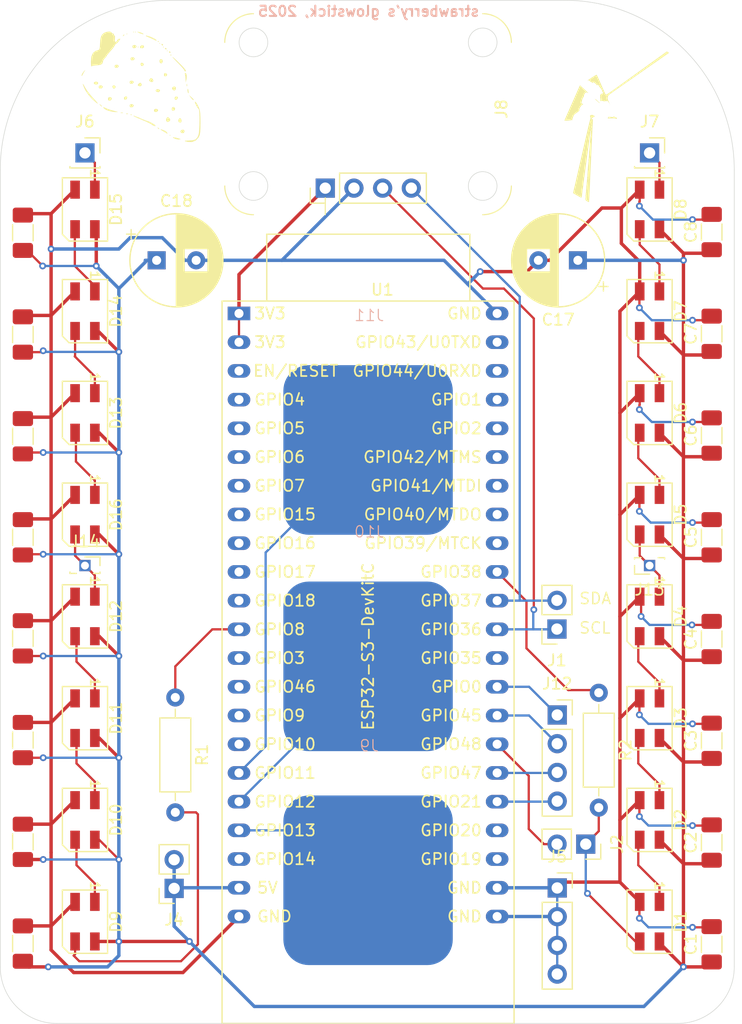
<source format=kicad_pcb>
(kicad_pcb (version 20241129) (generator "pcbnew") (generator_version "8.99")
  (layers (0 "F.Cu" signal) (2 "B.Cu" signal) (13 "F.Paste" user) (15 "B.Paste" user) (5 "F.SilkS" user "F.Silkscreen") (7 "B.SilkS" user "B.Silkscreen") (1 "F.Mask" user) (3 "B.Mask" user) (25 "Edge.Cuts" user))
  (net 0 "")
  (net 1 "+5V")
  (net 2 "GND")
  (net 3 "DIN_R")
  (net 4 "Net-(D1-DOUT)")
  (net 5 "Net-(D2-DOUT)")
  (net 6 "Net-(D3-DOUT)")
  (net 7 "Net-(D4-DOUT)")
  (net 8 "Net-(D5-DOUT)")
  (net 9 "Net-(D6-DOUT)")
  (net 10 "Net-(D7-DOUT)")
  (net 11 "Net-(D8-DOUT)")
  (net 12 "DIN_L")
  (net 13 "Net-(D10-DIN)")
  (net 14 "Net-(D10-DOUT)")
  (net 15 "Net-(D11-DOUT)")
  (net 16 "Net-(D12-DOUT)")
  (net 17 "Net-(D13-DOUT)")
  (net 18 "Net-(D14-DOUT)")
  (net 19 "SDA")
  (net 20 "SCL")
  (net 21 "Net-(J2-Pin_2)")
  (net 22 "+3V3")
  (net 23 "Net-(J9-Pin_1)")
  (net 24 "Net-(J10-Pin_1)")
  (net 25 "Net-(J11-Pin_1)")
  (net 26 "Net-(J12-Pin_2)")
  (net 27 "P21")
  (net 28 "P0")
  (net 29 "Net-(J12-Pin_3)")
  (net 54 "Net-(D13-DIN)")
  (net 55 "Net-(D15-DOUT)")
  (net 56 "Net-(U1-GPIO8{slash}ADC1_CH7)")
  (net 58 "Net-(U1-GPIO38)")
  (footprint "LED_SMD:LED_SK6812MINI_PLCC4_3.5x3.5mm_P1.75mm" (layer "F.Cu") (at 50.202301 52.9834 -90)
    (property "Reference" "D14")
    (property "Value" "SK6812MINI" (hide yes))
  )
  (footprint "LED_SMD:LED_SK6812MINI_PLCC4_3.5x3.5mm_P1.75mm" (layer "F.Cu") (at 50.202301 43.9834 -90)
    (property "Reference" "D15")
    (property "Value" "SK6812MINI" (hide yes))
  )
  (footprint "Connector_PinSocket_2.54mm:PinSocket_1x04_P2.54mm_Vertical" (layer "F.Cu") (at 92.025 104)
    (property "Reference" "J5")
    (property "Value" "Conn_01x04_Socket")
  )
  (footprint "LED_SMD:LED_SK6812MINI_PLCC4_3.5x3.5mm_P1.75mm" (layer "F.Cu") (at 100.202301 79.9834 -90)
    (property "Reference" "D4")
    (property "Value" "SK6812MINI" (hide yes))
  )
  (footprint "Capacitor_SMD:C_1206_3216Metric_Pad1.33x1.80mm_HandSolder" (layer "F.Cu") (at 44.702301 46.0459 90)
    (property "Reference" "C16" (hide yes))
    (property "Value" "0.1microF")
  )
  (footprint "Capacitor_SMD:C_1206_3216Metric_Pad1.33x1.80mm_HandSolder" (layer "F.Cu") (at 105.702301 63.9834 90)
    (property "Reference" "C6")
    (property "Value" "0.1microF")
  )
  (footprint "LED_SMD:LED_SK6812MINI_PLCC4_3.5x3.5mm_P1.75mm" (layer "F.Cu") (at 100.202301 70.9834 -90)
    (property "Reference" "D5")
    (property "Value" "SK6812MINI" (hide yes))
  )
  (footprint "Connector_PinSocket_2.54mm:PinSocket_1x02_P2.54mm_Vertical" (layer "F.Cu") (at 94.55 100.125 -90)
    (property "Reference" "J2")
    (property "Value" "Conn_01x02_Socket")
  )
  (footprint "Connector_PinSocket_2.54mm:PinSocket_1x04_P2.54mm_Vertical" (layer "F.Cu") (at 92.025 88.7)
    (property "Reference" "J12")
    (property "Value" "Conn_01x04_Socket")
  )
  (footprint "Capacitor_SMD:C_1206_3216Metric_Pad1.33x1.80mm_HandSolder" (layer "F.Cu") (at 44.702301 55.0459 90)
    (property "Reference" "C15" (hide yes))
    (property "Value" "0.1microF")
  )
  (footprint "Connector_PinSocket_1.27mm:PinSocket_1x01_P1.27mm_Vertical" (layer "F.Cu") (at 50.202301 75.4834)
    (property "Reference" "J14")
    (property "Value" "MID_L")
  )
  (footprint "Capacitor_SMD:C_1206_3216Metric_Pad1.33x1.80mm_HandSolder" (layer "F.Cu") (at 105.702301 54.9834 90)
    (property "Reference" "C7")
    (property "Value" "0.1microF")
  )
  (footprint "Connector_PinSocket_2.54mm:PinSocket_1x01_P2.54mm_Vertical" (layer "F.Cu") (at 50.202301 38.9834)
    (property "Reference" "J6")
    (property "Value" "Conn_01x01_Socket" (hide yes))
  )
  (footprint "LED_SMD:LED_SK6812MINI_PLCC4_3.5x3.5mm_P1.75mm" (layer "F.Cu") (at 50.202301 106.9834 -90)
    (property "Reference" "D9")
    (property "Value" "SK6812MINI" (hide yes))
  )
  (footprint "Capacitor_SMD:C_1206_3216Metric_Pad1.33x1.80mm_HandSolder" (layer "F.Cu") (at 44.702301 64.0459 90)
    (property "Reference" "C14" (hide yes))
    (property "Value" "0.1microF")
  )
  (footprint "Capacitor_SMD:C_1206_3216Metric_Pad1.33x1.80mm_HandSolder" (layer "F.Cu") (at 105.702301 99.9834 90)
    (property "Reference" "C2")
    (property "Value" "0.1microF")
  )
  (footprint "Capacitor_SMD:C_1206_3216Metric_Pad1.33x1.80mm_HandSolder" (layer "F.Cu") (at 44.702301 99.9209 90)
    (property "Reference" "C10" (hide yes))
    (property "Value" "0.1microF")
  )
  (footprint "Capacitor_SMD:C_1206_3216Metric_Pad1.33x1.80mm_HandSolder" (layer "F.Cu") (at 44.702301 81.9209 90)
    (property "Reference" "C12" (hide yes))
    (property "Value" "0.1microF")
  )
  (footprint "Connector_PinHeader_2.54mm:Adafruit_AHT20" (layer "F.Cu") (at 71.482302 42.1 90)
    (property "Reference" "J8")
    (property "Value" "AHT20")
    (fp_circle (center 12.89 -6.36) (end 14.16 -6.34) (stroke (width 0.05)) (fill no) (layer "Edge.Cuts"))
    (fp_circle (center 0.19 -6.36) (end 0.22 -7.63) (stroke (width 0.05)) (fill no) (layer "Edge.Cuts"))
    (fp_circle (center 12.89 13.94) (end 12.91 15.21) (stroke (width 0.05)) (fill no) (layer "Edge.Cuts"))
    (fp_circle (center 0.19 13.94) (end 0.17 15.21) (stroke (width 0.05)) (fill no) (layer "Edge.Cuts"))
  )
  (footprint "Capacitor_SMD:C_1206_3216Metric_Pad1.33x1.80mm_HandSolder" (layer "F.Cu") (at 105.702301 45.9834 90)
    (property "Reference" "C8")
    (property "Value" "0.1microF")
  )
  (footprint "LED_SMD:LED_SK6812MINI_PLCC4_3.5x3.5mm_P1.75mm" (layer "F.Cu") (at 50.202301 88.9834 -90)
    (property "Reference" "D11")
    (property "Value" "SK6812MINI" (hide yes))
  )
  (footprint "Capacitor_SMD:C_1206_3216Metric_Pad1.33x1.80mm_HandSolder" (layer "F.Cu") (at 105.702301 108.9834 90)
    (property "Reference" "C1")
    (property "Value" "0.1microF")
  )
  (footprint "Capacitor_THT:CP_Radial_D8.0mm_P3.50mm" (layer "F.Cu") (at 56.54965 48.4834)
    (property "Reference" "C18")
    (property "Value" "100microF")
  )
  (footprint "Capacitor_SMD:C_1206_3216Metric_Pad1.33x1.80mm_HandSolder" (layer "F.Cu") (at 44.702301 108.9209 90)
    (property "Reference" "C9" (hide yes))
    (property "Value" "0.1microF")
  )
  (footprint "LED_SMD:LED_SK6812MINI_PLCC4_3.5x3.5mm_P1.75mm" (layer "F.Cu") (at 100.202301 61.9834 -90)
    (property "Reference" "D6")
    (property "Value" "SK6812MINI" (hide yes))
  )
  (footprint "Capacitor_SMD:C_1206_3216Metric_Pad1.33x1.80mm_HandSolder" (layer "F.Cu") (at 105.702301 72.9834 90)
    (property "Reference" "C5")
    (property "Value" "0.1microF")
  )
  (footprint "LED_SMD:LED_SK6812MINI_PLCC4_3.5x3.5mm_P1.75mm" (layer "F.Cu") (at 50.202301 70.9834 -90)
    (property "Reference" "D16")
    (property "Value" "SK6812MINI" (hide yes))
  )
  (footprint "Capacitor_THT:CP_Radial_D8.0mm_P3.50mm" (layer "F.Cu") (at 93.854952 48.4834 180)
    (property "Reference" "C17")
    (property "Value" "100microF")
  )
  (footprint "LED_SMD:LED_SK6812MINI_PLCC4_3.5x3.5mm_P1.75mm" (layer "F.Cu") (at 50.202301 61.9834 -90)
    (property "Reference" "D13")
    (property "Value" "SK6812MINI" (hide yes))
  )
  (footprint "Resistor_THT:R_Axial_DIN0207_L6.3mm_D2.5mm_P10.16mm_Horizontal" (layer "F.Cu") (at 58.202301 87.1534 -90)
    (property "Reference" "R1")
    (property "Value" "300Ohm")
  )
  (footprint "Capacitor_SMD:C_1206_3216Metric_Pad1.33x1.80mm_HandSolder" (layer "F.Cu") (at 105.702301 81.9834 90)
    (property "Reference" "C4")
    (property "Value" "0.1microF")
  )
  (footprint "Capacitor_SMD:C_1206_3216Metric_Pad1.33x1.80mm_HandSolder" (layer "F.Cu") (at 44.702301 72.9834 90)
    (property "Reference" "C13" (hide yes))
    (property "Value" "0.1microF")
  )
  (footprint "LED_SMD:LED_SK6812MINI_PLCC4_3.5x3.5mm_P1.75mm" (layer "F.Cu") (at 100.202301 43.9834 -90)
    (property "Reference" "D8")
    (property "Value" "SK6812MINI" (hide yes))
  )
  (footprint "SSD1306:ESP32-S3-DevKitC" (layer "F.Cu") (at 63.842302 53.18612)
    (property "Reference" "U1")
    (property "Value" "ESP32-S3-DevKitC")
  )
  (footprint "Connector_PinSocket_2.54mm:PinSocket_1x02_P2.54mm_Vertical" (layer "F.Cu") (at 92 81.1 180)
    (property "Reference" "J1")
    (property "Value" "Conn_01x02_Socket")
  )
  (footprint "Resistor_THT:R_Axial_DIN0207_L6.3mm_D2.5mm_P10.16mm_Horizontal" (layer "F.Cu") (at 95.702301 86.7334 -90)
    (property "Reference" "R2")
    (property "Value" "300Ohm")
  )
  (footprint "Capacitor_SMD:C_1206_3216Metric_Pad1.33x1.80mm_HandSolder" (layer "F.Cu") (at 105.702301 90.9834 90)
    (property "Reference" "C3")
    (property "Value" "0.1microF")
  )
  (footprint "Connector_PinSocket_2.54mm:PinSocket_1x01_P2.54mm_Vertical" (layer "F.Cu") (at 100.202301 38.9834)
    (property "Reference" "J7")
    (property "Value" "Conn_01x01_Socket" (hide yes))
  )
  (footprint "LOGO" (layer "F.Cu") (at 96.202301 35.4834 -120)
    (property "Reference" "G***" (hide yes))
    (property "Value" "LOGO" (hide yes))
  )
  (footprint "LOGO" (layer "F.Cu") (at 55.202301 32.9834)
    (property "Reference" "G***" (hide yes))
    (property "Value" "LOGO" (hide yes))
  )
  (footprint "LED_SMD:LED_SK6812MINI_PLCC4_3.5x3.5mm_P1.75mm" (layer "F.Cu") (at 100.202301 106.9834 -90)
    (property "Reference" "D1")
    (property "Value" "SK6812MINI" (hide yes))
  )
  (footprint "LED_SMD:LED_SK6812MINI_PLCC4_3.5x3.5mm_P1.75mm" (layer "F.Cu") (at 100.202301 97.9834 -90)
    (property "Reference" "D2")
    (property "Value" "SK6812MINI" (hide yes))
  )
  (footprint "LED_SMD:LED_SK6812MINI_PLCC4_3.5x3.5mm_P1.75mm" (layer "F.Cu") (at 50.202301 97.9834 -90)
    (property "Reference" "D10")
    (property "Value" "SK6812MINI" (hide yes))
  )
  (footprint "LED_SMD:LED_SK6812MINI_PLCC4_3.5x3.5mm_P1.75mm" (layer "F.Cu") (at 100.202301 88.9834 -90)
    (property "Reference" "D3")
    (property "Value" "SK6812MINI" (hide yes))
  )
  (footprint "LED_SMD:LED_SK6812MINI_PLCC4_3.5x3.5mm_P1.75mm" (layer "F.Cu") (at 50.202301 79.9834 -90)
    (property "Reference" "D12")
    (property "Value" "SK6812MINI" (hide yes))
  )
  (footprint "Connector_PinSocket_2.54mm:PinSocket_1x02_P2.54mm_Vertical" (layer "F.Cu") (at 58.1 104.04 180)
    (property "Reference" "J4")
    (property "Value" "Conn_01x02_Socket")
  )
  (footprint "Capacitor_SMD:C_1206_3216Metric_Pad1.33x1.80mm_HandSolder" (layer "F.Cu") (at 44.702301 90.9209 90)
    (property "Reference" "C11" (hide yes))
    (property "Value" "0.1microF")
  )
  (footprint "LED_SMD:LED_SK6812MINI_PLCC4_3.5x3.5mm_P1.75mm" (layer "F.Cu") (at 100.202301 52.9834 -90)
    (property "Reference" "D7")
    (property "Value" "SK6812MINI" (hide yes))
  )
  (footprint "Connector_PinSocket_1.27mm:PinSocket_1x01_P1.27mm_Vertical" (layer "F.Cu") (at 100.202301 75.4834 180)
    (property "Reference" "J13")
    (property "Value" "MID_R" (hide yes))
  )
  (footprint "self:TOUCH" (layer "B.Cu") (at 75.372302 73 180)
    (property "Reference" "J10")
    (property "Value" "TOUCH12")
  )
  (footprint "self:TOUCH" (layer "B.Cu") (at 75.372302 53.8593 180)
    (property "Reference" "J11")
    (property "Value" "TOUCH11")
  )
  (footprint "self:TOUCH" (layer "B.Cu") (at 75.372302 91.9218 180)
    (property "Reference" "J9")
    (property "Value" "TOUCH13")
  )
  (gr_line (start 42.702301 40.4834) (end 42.702301 110.9834) (stroke (width 0.05)) (layer "Edge.Cuts"))
  (gr_arc (start 107.702301 110.9834) (mid 106.237835 114.518934) (end 102.702301 115.9834) (stroke (width 0.05)) (layer "Edge.Cuts"))
  (gr_line (start 107.702301 40.4834) (end 107.702301 110.9834) (stroke (width 0.05)) (layer "Edge.Cuts"))
  (gr_arc (start 47.702301 115.9834) (mid 44.166767 114.518934) (end 42.702301 110.9834) (stroke (width 0.05)) (layer "Edge.Cuts"))
  (gr_line (start 92.702301 25.4834) (end 57.7023 25.4834) (stroke (width 0.05)) (layer "Edge.Cuts"))
  (gr_arc (start 92.702301 25.4834) (mid 103.308903 29.876798) (end 107.702301 40.4834) (stroke (width 0.05)) (layer "Edge.Cuts"))
  (gr_line (start 102.702301 115.9834) (end 47.702301 115.9834) (stroke (width 0.05)) (layer "Edge.Cuts"))
  (gr_arc (start 42.702301 40.4834) (mid 47.095699 29.876798) (end 57.702301 25.4834) (stroke (width 0.05)) (layer "Edge.Cuts"))
  (gr_text "SCL" (at 93.902301 81.5834 0) (layer "F.SilkS") (effects (font (size 1 1) (thickness 0.125)) (justify left bottom)))
  (gr_text "SDA" (at 93.902301 78.9834 0) (layer "F.SilkS") (effects (font (size 1 1) (thickness 0.125)) (justify left bottom)))
  (gr_text "strawberry's glowstick, 2025" (at 85.202301 26.9834 0) (layer "B.SilkS") (effects (font (size 0.9 0.9) (thickness 0.18) (bold yes)) (justify left bottom mirror)))
  (segment (start 103.202301 47.8584) (end 101.077301 45.7334) (width 0.3) (layer "F.Cu") (net 1))
  (segment (start 101.077301 108.8584) (end 101.077301 108.7334) (width 0.3) (layer "F.Cu") (net 1))
  (segment (start 103.202301 65.8584) (end 103.202301 56.8584) (width 0.3) (layer "F.Cu") (net 1))
  (segment (start 103.202301 92.8584) (end 101.077301 90.7334) (width 0.3) (layer "F.Cu") (net 1))
  (segment (start 51.452301 72.7334) (end 51.077301 72.7334) (width 0.3) (layer "F.Cu") (net 1))
  (segment (start 103.202301 56.8584) (end 105.389801 56.8584) (width 0.3) (layer "F.Cu") (net 1))
  (segment (start 103.202301 56.8584) (end 103.202301 48.4834) (width 0.3) (layer "F.Cu") (net 1))
  (segment (start 45.077301 47.6084) (end 44.702301 47.6084) (width 0.2) (layer "F.Cu") (net 1))
  (segment (start 103.202301 74.8584) (end 105.389801 74.8584) (width 0.3) (layer "F.Cu") (net 1))
  (segment (start 46.502301 101.4834) (end 44.702301 101.4834) (width 0.3) (layer "F.Cu") (net 1))
  (segment (start 103.202301 65.8584) (end 105.389801 65.8584) (width 0.3) (layer "F.Cu") (net 1))
  (segment (start 103.202301 101.8584) (end 101.077301 99.7334) (width 0.3) (layer "F.Cu") (net 1))
  (segment (start 51.352301 54.7334) (end 51.077301 54.7334) (width 0.3) (layer "F.Cu") (net 1))
  (segment (start 46.377301 56.6084) (end 44.702301 56.6084) (width 0.2) (layer "F.Cu") (net 1))
  (segment (start 51.452301 63.7334) (end 51.077301 63.7334) (width 0.3) (layer "F.Cu") (net 1))
  (segment (start 59.452301 108.7334) (end 53.202301 108.7334) (width 0.3) (layer "F.Cu") (net 1))
  (segment (start 105.389801 47.8584) (end 105.702301 47.5459) (width 0.3) (layer "F.Cu") (net 1))
  (segment (start 103.202301 92.8584) (end 105.389801 92.8584) (width 0.3) (layer "F.Cu") (net 1))
  (segment (start 46.502301 65.4834) (end 44.827301 65.4834) (width 0.2) (layer "F.Cu") (net 1))
  (segment (start 103.202301 74.8584) (end 101.077301 72.7334) (width 0.3) (layer "F.Cu") (net 1))
  (segment (start 45.202301 110.9834) (end 44.702301 110.4834) (width 0.3) (layer "F.Cu") (net 1))
  (segment (start 103.202301 48.4834) (end 103.202301 47.8584) (width 0.3) (layer "F.Cu") (net 1))
  (segment (start 51.202301 48.9834) (end 51.202301 45.8584) (width 0.3) (layer "F.Cu") (net 1))
  (segment (start 53.202301 101.4834) (end 51.452301 99.7334) (width 0.2) (layer "F.Cu") (net 1))
  (segment (start 46.452301 48.9834) (end 45.077301 47.6084) (width 0.2) (layer "F.Cu") (net 1))
  (segment (start 46.502301 92.4834) (end 44.702301 92.4834) (width 0.2) (layer "F.Cu") (net 1))
  (segment (start 53.202301 65.4834) (end 51.452301 63.7334) (width 0.3) (layer "F.Cu") (net 1))
  (segment (start 46.502301 56.4834) (end 46.377301 56.6084) (width 0.2) (layer "F.Cu") (net 1))
  (segment (start 103.202301 83.8584) (end 103.202301 74.8584) (width 0.3) (layer "F.Cu") (net 1))
  (segment (start 105.389801 92.8584) (end 105.702301 92.5459) (width 0.3) (layer "F.Cu") (net 1))
  (segment (start 103.202301 74.8584) (end 103.202301 65.8584) (width 0.3) (layer "F.Cu") (net 1))
  (segment (start 51.452301 99.7334) (end 51.077301 99.7334) (width 0.2) (layer "F.Cu") (net 1))
  (segment (start 105.264801 110.9834) (end 105.702301 110.5459) (width 0.3) (layer "F.Cu") (net 1))
  (segment (start 46.952301 110.9834) (end 45.202301 110.9834) (width 0.3) (layer "F.Cu") (net 1))
  (segment (start 105.389801 83.8584) (end 105.702301 83.5459) (width 0.3) (layer "F.Cu") (net 1))
  (segment (start 53.202301 56.5834) (end 51.352301 54.7334) (width 0.3) (layer "F.Cu") (net 1))
  (segment (start 53.202301 83.4834) (end 51.452301 81.7334) (width 0.3) (layer "F.Cu") (net 1))
  (segment (start 53.202301 108.7334) (end 51.077301 108.7334) (width 0.3) (layer "F.Cu") (net 1))
  (segment (start 53.202301 74.4834) (end 51.452301 72.7334) (width 0.3) (layer "F.Cu") (net 1))
  (segment (start 103.202301 83.8584) (end 101.077301 81.7334) (width 0.3) (layer "F.Cu") (net 1))
  (segment (start 103.202301 92.8584) (end 103.202301 83.8584) (width 0.3) (layer "F.Cu") (net 1))
  (segment (start 53.202301 92.4834) (end 51.452301 90.7334) (width 0.3) (layer "F.Cu") (net 1))
  (segment (start 103.202301 56.8584) (end 101.077301 54.7334) (width 0.3) (layer "F.Cu") (net 1))
  (segment (start 105.389801 74.8584) (end 105.702301 74.5459) (width 0.3) (layer "F.Cu") (net 1))
  (segment (start 103.202301 47.8584) (end 105.389801 47.8584) (width 0.3) (layer "F.Cu") (net 1))
  (segment (start 103.202301 110.9834) (end 105.264801 110.9834) (width 0.3) (layer "F.Cu") (net 1))
  (segment (start 51.452301 90.7334) (end 51.077301 90.7334) (width 0.2) (layer "F.Cu") (net 1))
  (segment (start 105.389801 65.8584) (end 105.702301 65.5459) (width 0.3) (layer "F.Cu") (net 1))
  (segment (start 46.502301 74.4834) (end 44.764801 74.4834) (width 0.2) (layer "F.Cu") (net 1))
  (segment (start 103.202301 110.9834) (end 103.202301 101.8584) (width 0.3) (layer "F.Cu") (net 1))
  (segment (start 103.202301 101.8584) (end 105.389801 101.8584) (width 0.3) (layer "F.Cu") (net 1))
  (segment (start 103.202301 101.8584) (end 103.202301 92.8584) (width 0.3) (layer "F.Cu") (net 1))
  (segment (start 46.502301 83.4834) (end 44.702301 83.4834) (width 0.2) (layer "F.Cu") (net 1))
  (segment (start 103.202301 110.9834) (end 101.077301 108.8584) (width 0.3) (layer "F.Cu") (net 1))
  (segment (start 105.389801 101.8584) (end 105.702301 101.5459) (width 0.3) (layer "F.Cu") (net 1))
  (segment (start 103.202301 65.8584) (end 101.077301 63.7334) (width 0.3) (layer "F.Cu") (net 1))
  (segment (start 51.452301 81.7334) (end 51.077301 81.7334) (width 0.3) (layer "F.Cu") (net 1))
  (segment (start 51.202301 45.8584) (end 51.077301 45.7334) (width 0.3) (layer "F.Cu") (net 1))
  (segment (start 44.827301 65.4834) (end 44.702301 65.6084) (width 0.2) (layer "F.Cu") (net 1))
  (segment (start 105.389801 56.8584) (end 105.702301 56.5459) (width 0.3) (layer "F.Cu") (net 1))
  (segment (start 44.764801 74.4834) (end 44.702301 74.5459) (width 0.2) (layer "F.Cu") (net 1))
  (segment (start 103.202301 83.8584) (end 105.389801 83.8584) (width 0.3) (layer "F.Cu") (net 1))
  (via (at 53.202301 92.4834) (size 0.6) (drill 0.3) (layers "F.Cu" "B.Cu") (net 1))
  (via (at 53.202301 108.7334) (size 0.6) (drill 0.3) (layers "F.Cu" "B.Cu") (net 1))
  (via (at 103.202301 48.4834) (size 0.6) (drill 0.3) (layers "F.Cu" "B.Cu") (net 1))
  (via (at 51.202301 48.9834) (size 0.6) (drill 0.3) (layers "F.Cu" "B.Cu") (net 1))
  (via (at 46.502301 74.4834) (size 0.6) (drill 0.3) (layers "F.Cu" "B.Cu") (net 1))
  (via (at 46.502301 101.4834) (size 0.6) (drill 0.3) (layers "F.Cu" "B.Cu") (net 1))
  (via (at 103.202301 110.9834) (size 0.6) (drill 0.3) (layers "F.Cu" "B.Cu") (net 1))
  (via (at 46.952301 110.9834) (size 0.6) (drill 0.3) (layers "F.Cu" "B.Cu") (net 1))
  (via (at 46.502301 92.4834) (size 0.6) (drill 0.3) (layers "F.Cu" "B.Cu") (net 1))
  (via (at 53.202301 56.5834) (size 0.6) (drill 0.3) (layers "F.Cu" "B.Cu") (net 1))
  (via (at 53.202301 74.4834) (size 0.6) (drill 0.3) (layers "F.Cu" "B.Cu") (net 1))
  (via (at 46.502301 65.4834) (size 0.6) (drill 0.3) (layers "F.Cu" "B.Cu") (net 1))
  (via (at 53.202301 101.4834) (size 0.6) (drill 0.3) (layers "F.Cu" "B.Cu") (net 1))
  (via (at 59.452301 108.7334) (size 0.6) (drill 0.3) (layers "F.Cu" "B.Cu") (net 1))
  (via (at 46.502301 83.4834) (size 0.6) (drill 0.3) (layers "F.Cu" "B.Cu") (net 1))
  (via (at 53.202301 65.4834) (size 0.6) (drill 0.3) (layers "F.Cu" "B.Cu") (net 1))
  (via (at 53.202301 83.4834) (size 0.6) (drill 0.3) (layers "F.Cu" "B.Cu") (net 1))
  (via (at 46.502301 56.4834) (size 0.6) (drill 0.3) (layers "F.Cu" "B.Cu") (net 1))
  (via (at 46.452301 48.9834) (size 0.6) (drill 0.3) (layers "F.Cu" "B.Cu") (net 1))
  (segment (start 53.202301 50.9834) (end 51.202301 48.9834) (width 0.3) (layer "B.Cu") (net 1))
  (segment (start 52.202301 110.9834) (end 46.952301 110.9834) (width 0.3) (layer "B.Cu") (net 1))
  (segment (start 53.202301 83.4834) (end 46.502301 83.4834) (width 0.2) (layer "B.Cu") (net 1))
  (segment (start 58.1 107.381099) (end 59.452301 108.7334) (width 0.3) (layer "B.Cu") (net 1))
  (segment (start 55.54965 48.4834) (end 56.54965 48.4834) (width 0.3) (layer "B.Cu") (net 1))
  (segment (start 55.54965 48.636051) (end 55.54965 48.4834) (width 0.3) (layer "B.Cu") (net 1))
  (segment (start 58.1 104.04) (end 58.1 107.381099) (width 0.3) (layer "B.Cu") (net 1))
  (segment (start 99.702301 114.4834) (end 103.202301 110.9834) (width 0.3) (layer "B.Cu") (net 1))
  (segment (start 53.202301 101.4834) (end 53.202301 92.4834) (width 0.3) (layer "B.Cu") (net 1))
  (segment (start 53.202301 65.4834) (end 53.202301 56.5834) (width 0.3) (layer "B.Cu") (net 1))
  (segment (start 53.202301 92.4834) (end 53.202301 83.4834) (width 0.3) (layer "B.Cu") (net 1))
  (segment (start 58.1 101.5) (end 58.1 104.04) (width 0.3) (layer "B.Cu") (net 1))
  (segment (start 53.202301 56.5834) (end 46.602301 56.5834) (width 0.2) (layer "B.Cu") (net 1))
  (segment (start 46.602301 56.5834) (end 46.502301 56.4834) (width 0.2) (layer "B.Cu") (net 1))
  (segment (start 53.202301 65.4834) (end 46.502301 65.4834) (width 0.2) (layer "B.Cu") (net 1))
  (segment (start 58.1566 103.9834) (end 58.1 104.04) (width 0.3) (layer "B.Cu") (net 1))
  (segment (start 53.202301 83.4834) (end 53.202301 74.4834) (width 0.3) (layer "B.Cu") (net 1))
  (segment (start 59.452301 108.7334) (end 65.202301 114.4834) (width 0.3) (layer "B.Cu") (net 1))
  (segment (start 51.202301 48.9834) (end 46.452301 48.9834) (width 0.2) (layer "B.Cu") (net 1))
  (segment (start 53.202301 108.7334) (end 53.202301 101.4834) (width 0.3) (layer "B.Cu") (net 1))
  (segment (start 53.202301 101.4834) (end 46.502301 101.4834) (width 0.2) (layer "B.Cu") (net 1))
  (segment (start 103.202301 48.4834) (end 93.854952 48.4834) (width 0.3) (layer "B.Cu") (net 1))
  (segment (start 53.202301 74.4834) (end 46.502301 74.4834) (width 0.2) (layer "B.Cu") (net 1))
  (segment (start 53.202301 109.9834) (end 52.202301 110.9834) (width 0.3) (layer "B.Cu") (net 1))
  (segment (start 53.202301 74.4834) (end 53.202301 65.4834) (width 0.3) (layer "B.Cu") (net 1))
  (segment (start 63.838622 103.9834) (end 58.1566 103.9834) (width 0.3) (layer "B.Cu") (net 1))
  (segment (start 53.202301 108.7334) (end 53.202301 109.9834) (width 0.3) (layer "B.Cu") (net 1))
  (segment (start 53.202301 56.5834) (end 53.202301 50.9834) (width 0.3) (layer "B.Cu") (net 1))
  (segment (start 53.202301 92.4834) (end 46.502301 92.4834) (width 0.2) (layer "B.Cu") (net 1))
  (segment (start 65.202301 114.4834) (end 99.702301 114.4834) (width 0.3) (layer "B.Cu") (net 1))
  (segment (start 53.202301 50.9834) (end 55.54965 48.636051) (width 0.3) (layer "B.Cu") (net 1))
  (segment (start 47.202301 53.3584) (end 47.202301 47.4834) (width 0.3) (layer "F.Cu") (net 2))
  (segment (start 105.439801 71.6834) (end 104.002301 71.6834) (width 0.2) (layer "F.Cu") (net 2))
  (segment (start 99.327301 61.2584) (end 99.327301 60.2334) (width 0.2) (layer "F.Cu") (net 2))
  (segment (start 99.302301 106.6834) (end 99.302301 105.2584) (width 0.2) (layer "F.Cu") (net 2))
  (segment (start 47.202301 80.3584) (end 44.702301 80.3584) (width 0.3) (layer "F.Cu") (net 2))
  (segment (start 47.202301 62.3584) (end 49.327301 60.2334) (width 0.3) (layer "F.Cu") (net 2))
  (segment (start 105.339801 62.7834) (end 104.002301 62.7834) (width 0.2) (layer "F.Cu") (net 2))
  (segment (start 58.878622 111.4834) (end 49.202301 111.4834) (width 0.3) (layer "F.Cu") (net 2))
  (segment (start 105.702301 98.4209) (end 105.639801 98.4834) (width 0.2) (layer "F.Cu") (net 2))
  (segment (start 105.639801 98.4834) (end 104.002301 98.4834) (width 0.2) (layer "F.Cu") (net 2))
  (segment (start 105.702301 53.4209) (end 105.339801 53.7834) (width 0.2) (layer "F.Cu") (net 2))
  (segment (start 97.577301 97.9834) (end 99.327301 96.2334) (width 0.3) (layer "F.Cu") (net 2))
  (segment (start 47.202301 71.3584) (end 47.202301 62.3584) (width 0.3) (layer "F.Cu") (net 2))
  (segment (start 105.389801 80.7334) (end 103.952301 80.7334) (width 0.2) (layer "F.Cu") (net 2))
  (segment (start 97.577301 70.9834) (end 97.577301 61.9834) (width 0.3) (layer "F.Cu") (net 2))
  (segment (start 99.327301 48.6084) (end 97.702301 46.9834) (width 0.3) (layer "F.Cu") (net 2))
  (segment (start 99.302301 51.2584) (end 99.327301 51.2334) (width 0.2) (layer "F.Cu") (net 2))
  (segment (start 47.202301 107.3584) (end 44.702301 107.3584) (width 0.3) (layer "F.Cu") (net 2))
  (segment (start 92.025 104) (end 92.5416 103.4834) (width 0.2) (layer "F.Cu") (net 2))
  (segment (start 47.202301 107.3584) (end 49.327301 105.2334) (width 0.3) (layer "F.Cu") (net 2))
  (segment (start 47.202301 89.3584) (end 49.327301 87.2334) (width 0.3) (layer "F.Cu") (net 2))
  (segment (start 105.702301 107.4209) (end 105.639801 107.4834) (width 0.2) (layer "F.Cu") (net 2))
  (segment (start 85.202301 49.4834) (end 89.354952 49.4834) (width 0.3) (layer "F.Cu") (net 2))
  (segment (start 91.354952 48.4834) (end 90.354952 48.4834) (width 0.3) (layer "F.Cu") (net 2))
  (segment (start 99.302301 69.2584) (end 99.327301 69.2334) (width 0.2) (layer "F.Cu") (net 2))
  (segment (start 97.577301 52.9834) (end 99.327301 51.2334) (width 0.3) (layer "F.Cu") (net 2))
  (segment (start 47.202301 62.3584) (end 47.202301 53.3584) (width 0.3) (layer "F.Cu") (net 2))
  (segment (start 97.577301 70.9834) (end 99.327301 69.2334) (width 0.3) (layer "F.Cu") (net 2))
  (segment (start 105.702301 80.4209) (end 105.389801 80.7334) (width 0.2) (layer "F.Cu") (net 2))
  (segment (start 99.302301 43.6834) (end 99.302301 43.2834) (width 0.2) (layer "F.Cu") (net 2))
  (segment (start 105.339801 53.7834) (end 104.002301 53.7834) (width 0.2) (layer "F.Cu") (net 2))
  (segment (start 97.702301 46.9834) (end 97.702301 43.8584) (width 0.3) (layer "F.Cu") (net 2))
  (segment (start 105.239801 44.8834) (end 104.002301 44.8834) (width 0.2) (layer "F.Cu") (net 2))
  (segment (start 47.202301 100.8584) (end 47.202301 98.3584) (width 0.3) (layer "F.Cu") (net 2))
  (segment (start 105.702301 44.4209) (end 105.239801 44.8834) (width 0.2) (layer "F.Cu") (net 2))
  (segment (start 47.202301 80.3584) (end 49.327301 78.2334) (width 0.3) (layer "F.Cu") (net 2))
  (segment (start 47.202301 98.3584) (end 47.202301 89.3584) (width 0.3) (layer "F.Cu") (net 2))
  (segment (start 47.202301 53.3584) (end 49.327301 51.2334) (width 0.3) (layer "F.Cu") (net 2))
  (segment (start 99.302301 97.6834) (end 99.302301 96.2584) (width 0.2) (layer "F.Cu") (net 2))
  (segment (start 47.202301 80.3584) (end 47.202301 71.3584) (width 0.3) (layer "F.Cu") (net 2))
  (segment (start 99.327301 51.2334) (end 99.327301 48.6084) (width 0.3) (layer "F.Cu") (net 2))
  (segment (start 89.354952 49.4834) (end 90.354952 48.4834) (width 0.3) (layer "F.Cu") (net 2))
  (segment (start 105.702301 71.4209) (end 105.439801 71.6834) (width 0.2) (layer "F.Cu") (net 2))
  (segment (start 47.202301 109.4834) (end 47.202301 107.3584) (width 0.3) (layer "F.Cu") (net 2))
  (segment (start 99.302301 105.2584) (end 99.327301 105.2334) (width 0.2) (layer "F.Cu") (net 2))
  (segment (start 44.827301 53.3584) (end 44.702301 53.4834) (width 0.3) (layer "F.Cu") (net 2))
  (segment (start 99.302301 52.6834) (end 99.302301 51.2584) (width 0.2) (layer "F.Cu") (net 2))
  (segment (start 47.202301 47.4834) (end 47.202301 44.3584) (width 0.3) (layer "F.Cu") (net 2))
  (segment (start 99.302301 61.6834) (end 99.302301 61.2834) (width 0.2) (layer "F.Cu") (net 2))
  (segment (start 99.302301 61.2834) (end 99.327301 61.2584) (width 0.2) (layer "F.Cu") (net 2))
  (segment (start 47.202301 71.3584) (end 49.327301 69.2334) (width 0.3) (layer "F.Cu") (net 2))
  (segment (start 99.302301 88.6834) (end 99.302301 87.2584) (width 0.2) (layer "F.Cu") (net 2))
  (segment (start 47.202301 44.3584) (end 44.827301 44.3584) (width 0.3) (layer "F.Cu") (net 2))
  (segment (start 105.702301 89.4209) (end 105.639801 89.4834) (width 0.2) (layer "F.Cu") (net 2))
  (segment (start 47.202301 98.3584) (end 49.327301 96.2334) (width 0.3) (layer "F.Cu") (net 2))
  (segment (start 49.202301 111.4834) (end 47.202301 109.4834) (width 0.3) (layer "F.Cu") (net 2))
  (segment (start 47.202301 44.3584) (end 49.327301 42.2334) (width 0.3) (layer "F.Cu") (net 2))
  (segment (start 92.01112 103.98612) (end 92.025 104) (width 0.2) (layer "F.Cu") (net 2))
  (segment (start 47.202301 107.3584) (end 47.202301 100.8584) (width 0.3) (layer "F.Cu") (net 2))
  (segment (start 47.202301 89.3584) (end 44.702301 89.3584) (width 0.3) (layer "F.Cu") (net 2))
  (segment (start 97.577301 97.9834) (end 97.577301 88.9834) (width 0.3) (layer "F.Cu") (net 2))
  (segment (start 99.452301 79.9834) (end 99.452301 78.3584) (width 0.2) (layer "F.Cu") (net 2))
  (segment (start 97.577301 79.9834) (end 97.577301 70.9834) (width 0.3) (layer "F.Cu") (net 2))
  (segment (start 97.577301 61.9834) (end 99.327301 60.2334) (width 0.3) (layer "F.Cu") (net 2))
  (segment (start 47.202301 98.3584) (end 44.702301 98.3584) (width 0.3) (layer "F.Cu") (net 2))
  (segment (start 44.827301 62.3584) (end 44.702301 62.4834) (width 0.3) (layer "F.Cu") (net 2))
  (segment (start 99.302301 87.2584) (end 99.327301 87.2334) (width 0.2) (layer "F.Cu") (net 2))
  (segment (start 97.577301 88.9834) (end 99.327301 87.2334) (width 0.3) (layer "F.Cu") (net 2))
  (segment (start 63.838622 106.5234) (end 58.878622 111.4834) (width 0.3) (layer "F.Cu") (net 2))
  (segment (start 47.202301 53.3584) (end 44.827301 53.3584) (width 0.3) (layer "F.Cu") (net 2))
  (segment (start 99.452301 78.3584) (end 99.327301 78.2334) (width 0.2) (layer "F.Cu") (net 2))
  (segment (start 47.202301 89.3584) (end 47.202301 80.3584) (width 0.3) (layer "F.Cu") (net 2))
  (segment (start 99.327301 43.2584) (end 99.327301 42.2334) (width 0.2) (layer "F.Cu") (net 2))
  (segment (start 44.764801 71.3584) (end 44.702301 71.4209) (width 0.3) (layer "F.Cu") (net 2))
  (segment (start 47.202301 71.3584) (end 44.764801 71.3584) (width 0.3) (layer "F.Cu") (net 2))
  (segment (start 105.639801 89.4834) (end 104.002301 89.4834) (width 0.2) (layer "F.Cu") (net 2))
  (segment (start 97.577301 103.4834) (end 97.577301 97.9834) (width 0.3) (layer "F.Cu") (net 2))
  (segment (start 44.827301 44.3584) (end 44.702301 44.4834) (width 0.3) (layer "F.Cu") (net 2))
  (segment (start 99.302301 43.2834) (end 99.327301 43.2584) (width 0.2) (layer "F.Cu") (net 2))
  (segment (start 92.5416 103.4834) (end 97.577301 103.4834) (width 0.3) (layer "F.Cu") (net 2))
  (segment (start 99.302301 70.6834) (end 99.302301 69.2584) (width 0.2) (layer "F.Cu") (net 2))
  (segment (start 97.577301 61.9834) (end 97.577301 52.9834) (width 0.3) (layer "F.Cu") (net 2))
  (segment (start 95.979952 43.8584) (end 91.354952 48.4834) (width 0.3) (layer "F.Cu") (net 2))
  (segment (start 99.302301 96.2584) (end 99.327301 96.2334) (width 0.2) (layer "F.Cu") (net 2))
  (segment (start 97.577301 79.9834) (end 99.327301 78.2334) (width 0.3) (layer "F.Cu") (net 2))
  (segment (start 97.702301 43.8584) (end 99.327301 42.2334) (width 0.3) (layer "F.Cu") (net 2))
  (segment (start 105.702301 62.4209) (end 105.339801 62.7834) (width 0.2) (layer "F.Cu") (net 2))
  (segment (start 97.577301 103.4834) (end 99.327301 105.2334) (width 0.3) (layer "F.Cu") (net 2))
  (segment (start 47.202301 62.3584) (end 44.827301 62.3584) (width 0.3) (layer "F.Cu") (net 2))
  (segment (start 92.01112 106.52612) (end 92.025 106.54) (width 0.2) (layer "F.Cu") (net 2))
  (segment (start 97.577301 88.9834) (end 97.577301 79.9834) (width 0.3) (layer "F.Cu") (net 2))
  (segment (start 105.639801 107.4834) (end 104.002301 107.4834) (width 0.2) (layer "F.Cu") (net 2))
  (segment (start 97.702301 43.8584) (end 95.979952 43.8584) (width 0.3) (layer "F.Cu") (net 2))
  (via (at 99.302301 106.6834) (size 0.6) (drill 0.3) (layers "F.Cu" "B.Cu") (net 2))
  (via (at 104.002301 89.4834) (size 0.6) (drill 0.3) (layers "F.Cu" "B.Cu") (net 2))
  (via (at 99.302301 97.6834) (size 0.6) (drill 0.3) (layers "F.Cu" "B.Cu") (net 2))
  (via (at 104.002301 53.7834) (size 0.6) (drill 0.3) (layers "F.Cu" "B.Cu") (net 2))
  (via (at 104.002301 71.6834) (size 0.6) (drill 0.3) (layers "F.Cu" "B.Cu") (net 2))
  (via (at 99.302301 61.6834) (size 0.6) (drill 0.3) (layers "F.Cu" "B.Cu") (net 2))
  (via (at 99.452301 79.9834) (size 0.6) (drill 0.3) (layers "F.Cu" "B.Cu") (net 2))
  (via (at 104.002301 98.4834) (size 0.6) (drill 0.3) (layers "F.Cu" "B.Cu") (net 2))
  (via (at 104.002301 62.7834) (size 0.6) (drill 0.3) (layers "F.Cu" "B.Cu") (net 2))
  (via (at 104.002301 44.8834) (size 0.6) (drill 0.3) (layers "F.Cu" "B.Cu") (net 2))
  (via (at 104.002301 107.4834) (size 0.6) (drill 0.3) (layers "F.Cu" "B.Cu") (net 2))
  (via (at 99.302301 70.6834) (size 0.6) (drill 0.3) (layers "F.Cu" "B.Cu") (net 2))
  (via (at 85.202301 49.4834) (size 0.6) (drill 0.3) (layers "F.Cu" "B.Cu") (net 2))
  (via (at 47.202301 47.4834) (size 0.6) (drill 0.3) (layers "F.Cu" "B.Cu") (net 2))
  (via (at 103.952301 80.7334) (size 0.6) (drill 0.3) (layers "F.Cu" "B.Cu") (net 2))
  (via (at 99.302301 52.6834) (size 0.6) (drill 0.3) (layers "F.Cu" "B.Cu") (net 2))
  (via (at 99.302301 88.6834) (size 0.6) (drill 0.3) (layers "F.Cu" "B.Cu") (net 2))
  (via (at 99.302301 43.6834) (size 0.6) (drill 0.3) (layers "F.Cu" "B.Cu") (net 2))
  (segment (start 104.002301 62.7834) (end 100.402301 62.7834) (width 0.2) (layer "B.Cu") (net 2))
  (segment (start 86.702302 103.98612) (end 92.01112 103.98612) (width 0.3) (layer "B.Cu") (net 2))
  (segment (start 59.04965 48.4834) (end 60.04965 48.4834) (width 0.3) (layer "B.Cu") (net 2))
  (segment (start 100.102301 107.4834) (end 99.302301 106.6834) (width 0.2) (layer "B.Cu") (net 2))
  (segment (start 60.04965 48.4834) (end 67.638902 48.4834) (width 0.3) (layer "B.Cu") (net 2))
  (segment (start 104.002301 98.4834) (end 100.102301 98.4834) (width 0.2) (layer "B.Cu") (net 2))
  (segment (start 100.302301 71.6834) (end 99.302301 70.6834) (width 0.2) (layer "B.Cu") (net 2))
  (segment (start 84.100941 50.58476) (end 86.702302 53.18612) (width 0.3) (layer "B.Cu") (net 2))
  (segment (start 92.025 104) (end 92.025 111.62) (width 0.2) (layer "B.Cu") (net 2))
  (segment (start 84.100941 50.58476) (end 85.202301 49.4834) (width 0.3) (layer "B.Cu") (net 2))
  (segment (start 104.002301 53.7834) (end 100.402301 53.7834) (width 0.2) (layer "B.Cu") (net 2))
  (segment (start 92.01112 106.52612) (end 92.025 106.54) (width 0.3) (layer "B.Cu") (net 2))
  (segment (start 92.01112 103.98612) (end 92.025 104) (width 0.3) (layer "B.Cu") (net 2))
  (segment (start 100.202301 80.7334) (end 99.452301 79.9834) (width 0.2) (layer "B.Cu") (net 2))
  (segment (start 54.202301 46.4834) (end 57.04965 46.4834) (width 0.3) (layer "B.Cu") (net 2))
  (segment (start 100.102301 98.4834) (end 99.302301 97.6834) (width 0.2) (layer "B.Cu") (net 2))
  (segment (start 81.999582 48.4834) (end 84.100941 50.58476) (width 0.3) (layer "B.Cu") (net 2))
  (segment (start 100.402301 53.7834) (end 99.302301 52.6834) (width 0.2) (layer "B.Cu") (net 2))
  (segment (start 100.402301 62.7834) (end 99.302301 61.6834) (width 0.2) (layer "B.Cu") (net 2))
  (segment (start 57.04965 46.4834) (end 59.04965 48.4834) (width 0.3) (layer "B.Cu") (net 2))
  (segment (start 104.002301 44.8834) (end 100.502301 44.8834) (width 0.2) (layer "B.Cu") (net 2))
  (segment (start 104.002301 107.4834) (end 100.102301 107.4834) (width 0.2) (layer "B.Cu") (net 2))
  (segment (start 103.952301 80.7334) (end 100.202301 80.7334) (width 0.2) (layer "B.Cu") (net 2))
  (segment (start 53.202301 47.4834) (end 54.202301 46.4834) (width 0.3) (layer "B.Cu") (net 2))
  (segment (start 86.702302 106.52612) (end 92.01112 106.52612) (width 0.3) (layer "B.Cu") (net 2))
  (segment (start 104.002301 71.6834) (end 100.302301 71.6834) (width 0.2) (layer "B.Cu") (net 2))
  (segment (start 67.638902 48.4834) (end 74.022302 42.1) (width 0.3) (layer "B.Cu") (net 2))
  (segment (start 67.638902 48.4834) (end 81.999582 48.4834) (width 0.3) (layer "B.Cu") (net 2))
  (segment (start 47.202301 47.4834) (end 53.202301 47.4834) (width 0.3) (layer "B.Cu") (net 2))
  (segment (start 100.502301 44.8834) (end 99.302301 43.6834) (width 0.2) (layer "B.Cu") (net 2))
  (segment (start 104.002301 89.4834) (end 100.102301 89.4834) (width 0.2) (layer "B.Cu") (net 2))
  (segment (start 100.102301 89.4834) (end 99.302301 88.6834) (width 0.2) (layer "B.Cu") (net 2))
  (segment (start 95.702301 98.972699) (end 94.55 100.125) (width 0.2) (layer "F.Cu") (net 3))
  (segment (start 95.702301 96.8934) (end 95.702301 98.972699) (width 0.2) (layer "F.Cu") (net 3))
  (segment (start 94.702301 104.4834) (end 98.952301 108.7334) (width 0.2) (layer "F.Cu") (net 3))
  (segment (start 98.952301 108.7334) (end 99.327301 108.7334) (width 0.2) (layer "F.Cu") (net 3))
  (via (at 94.702301 104.4834) (size 0.6) (drill 0.3) (layers "F.Cu" "B.Cu") (net 3))
  (segment (start 94.55 104.331099) (end 94.702301 104.4834) (width 0.2) (layer "B.Cu") (net 3))
  (segment (start 94.55 100.125) (end 94.55 104.331099) (width 0.2) (layer "B.Cu") (net 3))
  (segment (start 101.077301 103.8584) (end 99.202301 101.9834) (width 0.2) (layer "F.Cu") (net 4))
  (segment (start 101.077301 105.2334) (end 101.077301 103.8584) (width 0.2) (layer "F.Cu") (net 4))
  (segment (start 99.202301 101.9834) (end 99.202301 99.8584) (width 0.2) (layer "F.Cu") (net 4))
  (segment (start 99.202301 99.8584) (end 99.327301 99.7334) (width 0.2) (layer "F.Cu") (net 4))
  (segment (start 99.202301 92.9834) (end 99.202301 90.8584) (width 0.2) (layer "F.Cu") (net 5))
  (segment (start 101.077301 94.8584) (end 99.202301 92.9834) (width 0.2) (layer "F.Cu") (net 5))
  (segment (start 101.077301 96.2334) (end 101.077301 94.8584) (width 0.2) (layer "F.Cu") (net 5))
  (segment (start 99.202301 90.8584) (end 99.327301 90.7334) (width 0.2) (layer "F.Cu") (net 5))
  (segment (start 99.202301 83.9834) (end 99.202301 81.8584) (width 0.2) (layer "F.Cu") (net 6))
  (segment (start 101.077301 87.2334) (end 101.077301 85.8584) (width 0.2) (layer "F.Cu") (net 6))
  (segment (start 101.077301 85.8584) (end 99.202301 83.9834) (width 0.2) (layer "F.Cu") (net 6))
  (segment (start 99.202301 81.8584) (end 99.327301 81.7334) (width 0.2) (layer "F.Cu") (net 6))
  (segment (start 100.202301 75.4834) (end 99.327301 74.6084) (width 0.2) (layer "F.Cu") (net 7))
  (segment (start 101.077301 76.3584) (end 100.202301 75.4834) (width 0.2) (layer "F.Cu") (net 7))
  (segment (start 99.327301 74.6084) (end 99.327301 72.7334) (width 0.2) (layer "F.Cu") (net 7))
  (segment (start 101.077301 78.2334) (end 101.077301 76.3584) (width 0.2) (layer "F.Cu") (net 7))
  (segment (start 99.202301 65.9834) (end 99.202301 63.8584) (width 0.2) (layer "F.Cu") (net 8))
  (segment (start 101.077301 67.8584) (end 99.202301 65.9834) (width 0.2) (layer "F.Cu") (net 8))
  (segment (start 99.202301 63.8584) (end 99.327301 63.7334) (width 0.2) (layer "F.Cu") (net 8))
  (segment (start 101.077301 69.2334) (end 101.077301 67.8584) (width 0.2) (layer "F.Cu") (net 8))
  (segment (start 99.202301 56.9834) (end 99.202301 54.8584) (width 0.2) (layer "F.Cu") (net 9))
  (segment (start 101.077301 58.8584) (end 99.202301 56.9834) (width 0.2) (layer "F.Cu") (net 9))
  (segment (start 99.202301 54.8584) (end 99.327301 54.7334) (width 0.2) (layer "F.Cu") (net 9))
  (segment (start 101.077301 60.2334) (end 101.077301 58.8584) (width 0.2) (layer "F.Cu") (net 9))
  (segment (start 99.327301 47.1084) (end 99.327301 45.7334) (width 0.2) (layer "F.Cu") (net 10))
  (segment (start 101.077301 48.8584) (end 99.327301 47.1084) (width 0.2) (layer "F.Cu") (net 10))
  (segment (start 101.077301 51.2334) (end 101.077301 48.8584) (width 0.2) (layer "F.Cu") (net 10))
  (segment (start 101.077301 39.8584) (end 100.202301 38.9834) (width 0.2) (layer "F.Cu") (net 11))
  (segment (start 101.077301 42.2334) (end 101.077301 39.8584) (width 0.2) (layer "F.Cu") (net 11))
  (segment (start 60.202301 97.4834) (end 60.202301 108.9834) (width 0.2) (layer "F.Cu") (net 12))
  (segment (start 60.202301 108.9834) (end 58.702301 110.4834) (width 0.2) (layer "F.Cu") (net 12))
  (segment (start 49.702301 110.4834) (end 49.202301 109.9834) (width 0.2) (layer "F.Cu") (net 12))
  (segment (start 58.702301 110.4834) (end 49.702301 110.4834) (width 0.2) (layer "F.Cu") (net 12))
  (segment (start 49.202301 109.9834) (end 49.327301 109.8584) (width 0.2) (layer "F.Cu") (net 12))
  (segment (start 60.032301 97.3134) (end 60.202301 97.4834) (width 0.2) (layer "F.Cu") (net 12))
  (segment (start 58.202301 97.3134) (end 60.032301 97.3134) (width 0.2) (layer "F.Cu") (net 12))
  (segment (start 49.327301 109.8584) (end 49.327301 108.7334) (width 0.2) (layer "F.Cu") (net 12))
  (segment (start 49.452301 99.8584) (end 49.327301 99.7334) (width 0.2) (layer "F.Cu") (net 13))
  (segment (start 51.077301 105.2334) (end 51.077301 103.6084) (width 0.2) (layer "F.Cu") (net 13))
  (segment (start 51.077301 103.6084) (end 49.452301 101.9834) (width 0.2) (layer "F.Cu") (net 13))
  (segment (start 49.452301 101.9834) (end 49.452301 99.8584) (width 0.2) (layer "F.Cu") (net 13))
  (segment (start 49.452301 90.8584) (end 49.327301 90.7334) (width 0.2) (layer "F.Cu") (net 14))
  (segment (start 51.077301 96.2334) (end 51.077301 94.6084) (width 0.2) (layer "F.Cu") (net 14))
  (segment (start 51.077301 94.6084) (end 49.452301 92.9834) (width 0.2) (layer "F.Cu") (net 14))
  (segment (start 49.452301 92.9834) (end 49.452301 90.8584) (width 0.2) (layer "F.Cu") (net 14))
  (segment (start 51.077301 87.2334) (end 51.077301 85.6084) (width 0.2) (layer "F.Cu") (net 15))
  (segment (start 51.077301 85.6084) (end 49.452301 83.9834) (width 0.2) (layer "F.Cu") (net 15))
  (segment (start 49.452301 83.9834) (end 49.452301 81.8584) (width 0.2) (layer "F.Cu") (net 15))
  (segment (start 49.452301 81.8584) (end 49.327301 81.7334) (width 0.2) (layer "F.Cu") (net 15))
  (segment (start 49.327301 74.6084) (end 49.327301 72.7334) (width 0.2) (layer "F.Cu") (net 16))
  (segment (start 50.202301 75.4834) (end 49.327301 74.6084) (width 0.2) (layer "F.Cu") (net 16))
  (segment (start 51.077301 76.3584) (end 50.202301 75.4834) (width 0.2) (layer "F.Cu") (net 16))
  (segment (start 51.077301 78.2334) (end 51.077301 76.3584) (width 0.2) (layer "F.Cu") (net 16))
  (segment (start 51.077301 60.2334) (end 51.077301 58.7584) (width 0.2) (layer "F.Cu") (net 17))
  (segment (start 49.302301 56.9834) (end 49.327301 56.9584) (width 0.2) (layer "F.Cu") (net 17))
  (segment (start 51.077301 58.7584) (end 49.302301 56.9834) (width 0.2) (layer "F.Cu") (net 17))
  (segment (start 49.327301 56.9584) (end 49.327301 54.7334) (width 0.2) (layer "F.Cu") (net 17))
  (segment (start 49.302301 48.9834) (end 49.302301 45.7584) (width 0.2) (layer "F.Cu") (net 18))
  (segment (start 49.302301 45.7584) (end 49.327301 45.7334) (width 0.2) (layer "F.Cu") (net 18))
  (segment (start 51.077301 50.7584) (end 49.302301 48.9834) (width 0.2) (layer "F.Cu") (net 18))
  (segment (start 51.077301 51.2334) (end 51.077301 50.7584) (width 0.2) (layer "F.Cu") (net 18))
  (segment (start 86.702302 78.58612) (end 88.702301 78.58612) (width 0.2) (layer "B.Cu") (net 19))
  (segment (start 91.97388 78.58612) (end 92 78.56) (width 0.2) (layer "B.Cu") (net 19))
  (segment (start 88.702301 51.699999) (end 79.102302 42.1) (width 0.2) (layer "B.Cu") (net 19))
  (segment (start 88.702301 78.58612) (end 91.97388 78.58612) (width 0.2) (layer "B.Cu") (net 19))
  (segment (start 88.702301 78.58612) (end 88.702301 51.699999) (width 0.2) (layer "B.Cu") (net 19))
  (segment (start 89.95 79.3834) (end 89.95 53.631099) (width 0.2) (layer "F.Cu") (net 20))
  (segment (start 89.95 53.631099) (end 87.302301 50.9834) (width 0.2) (layer "F.Cu") (net 20))
  (segment (start 87.302301 50.9834) (end 85.445702 50.9834) (width 0.2) (layer "F.Cu") (net 20))
  (segment (start 85.445702 50.9834) (end 76.562302 42.1) (width 0.2) (layer "F.Cu") (net 20))
  (via (at 89.95 79.3834) (size 0.6) (drill 0.3) (layers "F.Cu" "B.Cu") (net 20))
  (segment (start 89.902301 79.431099) (end 89.95 79.3834) (width 0.2) (layer "B.Cu") (net 20))
  (segment (start 91.97388 81.12612) (end 92 81.1) (width 0.2) (layer "B.Cu") (net 20))
  (segment (start 89.902301 81.12612) (end 89.902301 79.431099) (width 0.2) (layer "B.Cu") (net 20))
  (segment (start 89.902301 81.12612) (end 91.97388 81.12612) (width 0.2) (layer "B.Cu") (net 20))
  (segment (start 86.702302 81.12612) (end 89.902301 81.12612) (width 0.2) (layer "B.Cu") (net 20))
  (segment (start 90.843901 100.125) (end 89.502301 98.7834) (width 0.2) (layer "F.Cu") (net 21))
  (segment (start 89.502301 94.086119) (end 86.702302 91.28612) (width 0.2) (layer "F.Cu") (net 21))
  (segment (start 89.502301 98.7834) (end 89.502301 94.086119) (width 0.2) (layer "F.Cu") (net 21))
  (segment (start 92.01 100.125) (end 90.843901 100.125) (width 0.2) (layer "F.Cu") (net 21))
  (segment (start 63.842302 53.18612) (end 63.842302 49.74) (width 0.3) (layer "F.Cu") (net 22))
  (segment (start 63.842302 55.72612) (end 63.842302 53.18612) (width 0.2) (layer "F.Cu") (net 22))
  (segment (start 63.842302 49.74) (end 71.482302 42.1) (width 0.3) (layer "F.Cu") (net 22))
  (segment (start 75.272302 103.3218) (end 70.856622 98.90612) (width 0.2) (layer "B.Cu") (net 23))
  (segment (start 70.856622 98.90612) (end 63.842302 98.90612) (width 0.2) (layer "B.Cu") (net 23))
  (segment (start 75.272302 84.93612) (end 63.842302 96.36612) (width 0.2) (layer "B.Cu") (net 24))
  (segment (start 75.272302 84.4) (end 75.272302 84.93612) (width 0.2) (layer "B.Cu") (net 24))
  (segment (start 66.202301 91.466121) (end 63.842302 93.82612) (width 0.2) (layer "B.Cu") (net 25))
  (segment (start 66.202301 74.329301) (end 66.202301 91.466121) (width 0.2) (layer "B.Cu") (net 25))
  (segment (start 75.272302 65.2593) (end 66.202301 74.329301) (width 0.2) (layer "B.Cu") (net 25))
  (segment (start 86.702302 88.74612) (end 89.53112 88.74612) (width 0.2) (layer "B.Cu") (net 26))
  (segment (start 89.53112 88.74612) (end 92.025 91.24) (width 0.2) (layer "B.Cu") (net 26))
  (segment (start 91.97888 96.36612) (end 92.025 96.32) (width 0.2) (layer "B.Cu") (net 27))
  (segment (start 86.702302 96.36612) (end 91.97888 96.36612) (width 0.2) (layer "B.Cu") (net 27))
  (segment (start 86.702302 86.20612) (end 89.53112 86.20612) (width 0.2) (layer "B.Cu") (net 28))
  (segment (start 89.53112 86.20612) (end 92.025 88.7) (width 0.2) (layer "B.Cu") (net 28))
  (segment (start 86.702302 93.82612) (end 91.97888 93.82612) (width 0.2) (layer "B.Cu") (net 29))
  (segment (start 91.97888 93.82612) (end 92.025 93.78) (width 0.2) (layer "B.Cu") (net 29))
  (segment (start 51.077301 69.2334) (end 51.077301 67.9584) (width 0.2) (layer "F.Cu") (net 54))
  (segment (start 51.077301 67.9584) (end 49.402301 66.2834) (width 0.2) (layer "F.Cu") (net 54))
  (segment (start 49.402301 63.8084) (end 49.327301 63.7334) (width 0.2) (layer "F.Cu") (net 54))
  (segment (start 49.402301 66.2834) (end 49.402301 63.8084) (width 0.2) (layer "F.Cu") (net 54))
  (segment (start 51.077301 42.2334) (end 51.077301 39.8584) (width 0.2) (layer "F.Cu") (net 55))
  (segment (start 51.077301 39.8584) (end 50.202301 38.9834) (width 0.2) (layer "F.Cu") (net 55))
  (segment (start 58.202301 87.1534) (end 58.202301 84.4034) (width 0.2) (layer "F.Cu") (net 56))
  (segment (start 58.202301 84.4034) (end 61.479581 81.12612) (width 0.2) (layer "F.Cu") (net 56))
  (segment (start 61.479581 81.12612) (end 63.842302 81.12612) (width 0.2) (layer "F.Cu") (net 56))
  (segment (start 95.702301 86.7334) (end 95.468901 86.5) (width 0.2) (layer "F.Cu") (net 58))
  (segment (start 86.702302 76.04612) (end 89.3 78.643818) (width 0.2) (layer "F.Cu") (net 58))
  (segment (start 89.3 78.643818) (end 89.3 82.8) (width 0.2) (layer "F.Cu") (net 58))
  (segment (start 89.3 82.8) (end 93 86.5) (width 0.2) (layer "F.Cu") (net 58))
  (segment (start 95.468901 86.5) (end 93 86.5) (width 0.2) (layer "F.Cu") (net 58))
)
</source>
